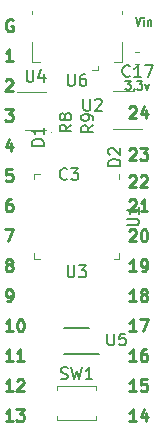
<source format=gbr>
G04 #@! TF.GenerationSoftware,KiCad,Pcbnew,5.0.1-33cea8e~66~ubuntu18.04.1*
G04 #@! TF.CreationDate,2018-10-18T22:19:59+02:00*
G04 #@! TF.ProjectId,Tiny-up5k,54696E792D7570356B2E6B696361645F,rev?*
G04 #@! TF.SameCoordinates,Original*
G04 #@! TF.FileFunction,Legend,Top*
G04 #@! TF.FilePolarity,Positive*
%FSLAX46Y46*%
G04 Gerber Fmt 4.6, Leading zero omitted, Abs format (unit mm)*
G04 Created by KiCad (PCBNEW 5.0.1-33cea8e~66~ubuntu18.04.1) date do 18 okt 2018 22:19:59 CEST*
%MOMM*%
%LPD*%
G01*
G04 APERTURE LIST*
%ADD10C,0.250000*%
%ADD11C,0.175000*%
%ADD12C,0.100000*%
%ADD13C,0.120000*%
%ADD14C,0.150000*%
G04 APERTURE END LIST*
D10*
X155603214Y-112577619D02*
X155650833Y-112530000D01*
X155746071Y-112482380D01*
X155984166Y-112482380D01*
X156079404Y-112530000D01*
X156127023Y-112577619D01*
X156174642Y-112672857D01*
X156174642Y-112768095D01*
X156127023Y-112910952D01*
X155555595Y-113482380D01*
X156174642Y-113482380D01*
X157127023Y-113482380D02*
X156555595Y-113482380D01*
X156841309Y-113482380D02*
X156841309Y-112482380D01*
X156746071Y-112625238D01*
X156650833Y-112720476D01*
X156555595Y-112768095D01*
D11*
X156116250Y-97080666D02*
X156349583Y-97780666D01*
X156582916Y-97080666D01*
X156816250Y-97780666D02*
X156816250Y-97314000D01*
X156816250Y-97080666D02*
X156782916Y-97114000D01*
X156816250Y-97147333D01*
X156849583Y-97114000D01*
X156816250Y-97080666D01*
X156816250Y-97147333D01*
X157149583Y-97314000D02*
X157149583Y-97780666D01*
X157149583Y-97380666D02*
X157182916Y-97347333D01*
X157249583Y-97314000D01*
X157349583Y-97314000D01*
X157416250Y-97347333D01*
X157449583Y-97414000D01*
X157449583Y-97780666D01*
X155266250Y-102486666D02*
X155699583Y-102486666D01*
X155466250Y-102753333D01*
X155566250Y-102753333D01*
X155632916Y-102786666D01*
X155666250Y-102820000D01*
X155699583Y-102886666D01*
X155699583Y-103053333D01*
X155666250Y-103120000D01*
X155632916Y-103153333D01*
X155566250Y-103186666D01*
X155366250Y-103186666D01*
X155299583Y-103153333D01*
X155266250Y-103120000D01*
X155999583Y-103120000D02*
X156032916Y-103153333D01*
X155999583Y-103186666D01*
X155966250Y-103153333D01*
X155999583Y-103120000D01*
X155999583Y-103186666D01*
X156266250Y-102486666D02*
X156699583Y-102486666D01*
X156466250Y-102753333D01*
X156566250Y-102753333D01*
X156632916Y-102786666D01*
X156666250Y-102820000D01*
X156699583Y-102886666D01*
X156699583Y-103053333D01*
X156666250Y-103120000D01*
X156632916Y-103153333D01*
X156566250Y-103186666D01*
X156366250Y-103186666D01*
X156299583Y-103153333D01*
X156266250Y-103120000D01*
X156932916Y-102720000D02*
X157099583Y-103186666D01*
X157266250Y-102720000D01*
D10*
X155603214Y-104703619D02*
X155650833Y-104656000D01*
X155746071Y-104608380D01*
X155984166Y-104608380D01*
X156079404Y-104656000D01*
X156127023Y-104703619D01*
X156174642Y-104798857D01*
X156174642Y-104894095D01*
X156127023Y-105036952D01*
X155555595Y-105608380D01*
X156174642Y-105608380D01*
X157031785Y-104941714D02*
X157031785Y-105608380D01*
X156793690Y-104560761D02*
X156555595Y-105275047D01*
X157174642Y-105275047D01*
X155603214Y-108259619D02*
X155650833Y-108212000D01*
X155746071Y-108164380D01*
X155984166Y-108164380D01*
X156079404Y-108212000D01*
X156127023Y-108259619D01*
X156174642Y-108354857D01*
X156174642Y-108450095D01*
X156127023Y-108592952D01*
X155555595Y-109164380D01*
X156174642Y-109164380D01*
X156507976Y-108164380D02*
X157127023Y-108164380D01*
X156793690Y-108545333D01*
X156936547Y-108545333D01*
X157031785Y-108592952D01*
X157079404Y-108640571D01*
X157127023Y-108735809D01*
X157127023Y-108973904D01*
X157079404Y-109069142D01*
X157031785Y-109116761D01*
X156936547Y-109164380D01*
X156650833Y-109164380D01*
X156555595Y-109116761D01*
X156507976Y-109069142D01*
X155603214Y-110545619D02*
X155650833Y-110498000D01*
X155746071Y-110450380D01*
X155984166Y-110450380D01*
X156079404Y-110498000D01*
X156127023Y-110545619D01*
X156174642Y-110640857D01*
X156174642Y-110736095D01*
X156127023Y-110878952D01*
X155555595Y-111450380D01*
X156174642Y-111450380D01*
X156555595Y-110545619D02*
X156603214Y-110498000D01*
X156698452Y-110450380D01*
X156936547Y-110450380D01*
X157031785Y-110498000D01*
X157079404Y-110545619D01*
X157127023Y-110640857D01*
X157127023Y-110736095D01*
X157079404Y-110878952D01*
X156507976Y-111450380D01*
X157127023Y-111450380D01*
X155603214Y-115117619D02*
X155650833Y-115070000D01*
X155746071Y-115022380D01*
X155984166Y-115022380D01*
X156079404Y-115070000D01*
X156127023Y-115117619D01*
X156174642Y-115212857D01*
X156174642Y-115308095D01*
X156127023Y-115450952D01*
X155555595Y-116022380D01*
X156174642Y-116022380D01*
X156793690Y-115022380D02*
X156888928Y-115022380D01*
X156984166Y-115070000D01*
X157031785Y-115117619D01*
X157079404Y-115212857D01*
X157127023Y-115403333D01*
X157127023Y-115641428D01*
X157079404Y-115831904D01*
X157031785Y-115927142D01*
X156984166Y-115974761D01*
X156888928Y-116022380D01*
X156793690Y-116022380D01*
X156698452Y-115974761D01*
X156650833Y-115927142D01*
X156603214Y-115831904D01*
X156555595Y-115641428D01*
X156555595Y-115403333D01*
X156603214Y-115212857D01*
X156650833Y-115117619D01*
X156698452Y-115070000D01*
X156793690Y-115022380D01*
X156174642Y-118562380D02*
X155603214Y-118562380D01*
X155888928Y-118562380D02*
X155888928Y-117562380D01*
X155793690Y-117705238D01*
X155698452Y-117800476D01*
X155603214Y-117848095D01*
X156650833Y-118562380D02*
X156841309Y-118562380D01*
X156936547Y-118514761D01*
X156984166Y-118467142D01*
X157079404Y-118324285D01*
X157127023Y-118133809D01*
X157127023Y-117752857D01*
X157079404Y-117657619D01*
X157031785Y-117610000D01*
X156936547Y-117562380D01*
X156746071Y-117562380D01*
X156650833Y-117610000D01*
X156603214Y-117657619D01*
X156555595Y-117752857D01*
X156555595Y-117990952D01*
X156603214Y-118086190D01*
X156650833Y-118133809D01*
X156746071Y-118181428D01*
X156936547Y-118181428D01*
X157031785Y-118133809D01*
X157079404Y-118086190D01*
X157127023Y-117990952D01*
X156174642Y-121102380D02*
X155603214Y-121102380D01*
X155888928Y-121102380D02*
X155888928Y-120102380D01*
X155793690Y-120245238D01*
X155698452Y-120340476D01*
X155603214Y-120388095D01*
X156746071Y-120530952D02*
X156650833Y-120483333D01*
X156603214Y-120435714D01*
X156555595Y-120340476D01*
X156555595Y-120292857D01*
X156603214Y-120197619D01*
X156650833Y-120150000D01*
X156746071Y-120102380D01*
X156936547Y-120102380D01*
X157031785Y-120150000D01*
X157079404Y-120197619D01*
X157127023Y-120292857D01*
X157127023Y-120340476D01*
X157079404Y-120435714D01*
X157031785Y-120483333D01*
X156936547Y-120530952D01*
X156746071Y-120530952D01*
X156650833Y-120578571D01*
X156603214Y-120626190D01*
X156555595Y-120721428D01*
X156555595Y-120911904D01*
X156603214Y-121007142D01*
X156650833Y-121054761D01*
X156746071Y-121102380D01*
X156936547Y-121102380D01*
X157031785Y-121054761D01*
X157079404Y-121007142D01*
X157127023Y-120911904D01*
X157127023Y-120721428D01*
X157079404Y-120626190D01*
X157031785Y-120578571D01*
X156936547Y-120530952D01*
X156174642Y-123642380D02*
X155603214Y-123642380D01*
X155888928Y-123642380D02*
X155888928Y-122642380D01*
X155793690Y-122785238D01*
X155698452Y-122880476D01*
X155603214Y-122928095D01*
X156507976Y-122642380D02*
X157174642Y-122642380D01*
X156746071Y-123642380D01*
X156174642Y-126182380D02*
X155603214Y-126182380D01*
X155888928Y-126182380D02*
X155888928Y-125182380D01*
X155793690Y-125325238D01*
X155698452Y-125420476D01*
X155603214Y-125468095D01*
X157031785Y-125182380D02*
X156841309Y-125182380D01*
X156746071Y-125230000D01*
X156698452Y-125277619D01*
X156603214Y-125420476D01*
X156555595Y-125610952D01*
X156555595Y-125991904D01*
X156603214Y-126087142D01*
X156650833Y-126134761D01*
X156746071Y-126182380D01*
X156936547Y-126182380D01*
X157031785Y-126134761D01*
X157079404Y-126087142D01*
X157127023Y-125991904D01*
X157127023Y-125753809D01*
X157079404Y-125658571D01*
X157031785Y-125610952D01*
X156936547Y-125563333D01*
X156746071Y-125563333D01*
X156650833Y-125610952D01*
X156603214Y-125658571D01*
X156555595Y-125753809D01*
X156174642Y-128722380D02*
X155603214Y-128722380D01*
X155888928Y-128722380D02*
X155888928Y-127722380D01*
X155793690Y-127865238D01*
X155698452Y-127960476D01*
X155603214Y-128008095D01*
X157079404Y-127722380D02*
X156603214Y-127722380D01*
X156555595Y-128198571D01*
X156603214Y-128150952D01*
X156698452Y-128103333D01*
X156936547Y-128103333D01*
X157031785Y-128150952D01*
X157079404Y-128198571D01*
X157127023Y-128293809D01*
X157127023Y-128531904D01*
X157079404Y-128627142D01*
X157031785Y-128674761D01*
X156936547Y-128722380D01*
X156698452Y-128722380D01*
X156603214Y-128674761D01*
X156555595Y-128627142D01*
X156174642Y-131262380D02*
X155603214Y-131262380D01*
X155888928Y-131262380D02*
X155888928Y-130262380D01*
X155793690Y-130405238D01*
X155698452Y-130500476D01*
X155603214Y-130548095D01*
X157031785Y-130595714D02*
X157031785Y-131262380D01*
X156793690Y-130214761D02*
X156555595Y-130929047D01*
X157174642Y-130929047D01*
X145704404Y-131262380D02*
X145132976Y-131262380D01*
X145418690Y-131262380D02*
X145418690Y-130262380D01*
X145323452Y-130405238D01*
X145228214Y-130500476D01*
X145132976Y-130548095D01*
X146037738Y-130262380D02*
X146656785Y-130262380D01*
X146323452Y-130643333D01*
X146466309Y-130643333D01*
X146561547Y-130690952D01*
X146609166Y-130738571D01*
X146656785Y-130833809D01*
X146656785Y-131071904D01*
X146609166Y-131167142D01*
X146561547Y-131214761D01*
X146466309Y-131262380D01*
X146180595Y-131262380D01*
X146085357Y-131214761D01*
X146037738Y-131167142D01*
X145704404Y-128722380D02*
X145132976Y-128722380D01*
X145418690Y-128722380D02*
X145418690Y-127722380D01*
X145323452Y-127865238D01*
X145228214Y-127960476D01*
X145132976Y-128008095D01*
X146085357Y-127817619D02*
X146132976Y-127770000D01*
X146228214Y-127722380D01*
X146466309Y-127722380D01*
X146561547Y-127770000D01*
X146609166Y-127817619D01*
X146656785Y-127912857D01*
X146656785Y-128008095D01*
X146609166Y-128150952D01*
X146037738Y-128722380D01*
X146656785Y-128722380D01*
X145704404Y-126182380D02*
X145132976Y-126182380D01*
X145418690Y-126182380D02*
X145418690Y-125182380D01*
X145323452Y-125325238D01*
X145228214Y-125420476D01*
X145132976Y-125468095D01*
X146656785Y-126182380D02*
X146085357Y-126182380D01*
X146371071Y-126182380D02*
X146371071Y-125182380D01*
X146275833Y-125325238D01*
X146180595Y-125420476D01*
X146085357Y-125468095D01*
X145704404Y-123642380D02*
X145132976Y-123642380D01*
X145418690Y-123642380D02*
X145418690Y-122642380D01*
X145323452Y-122785238D01*
X145228214Y-122880476D01*
X145132976Y-122928095D01*
X146323452Y-122642380D02*
X146418690Y-122642380D01*
X146513928Y-122690000D01*
X146561547Y-122737619D01*
X146609166Y-122832857D01*
X146656785Y-123023333D01*
X146656785Y-123261428D01*
X146609166Y-123451904D01*
X146561547Y-123547142D01*
X146513928Y-123594761D01*
X146418690Y-123642380D01*
X146323452Y-123642380D01*
X146228214Y-123594761D01*
X146180595Y-123547142D01*
X146132976Y-123451904D01*
X146085357Y-123261428D01*
X146085357Y-123023333D01*
X146132976Y-122832857D01*
X146180595Y-122737619D01*
X146228214Y-122690000D01*
X146323452Y-122642380D01*
X145228214Y-121102380D02*
X145418690Y-121102380D01*
X145513928Y-121054761D01*
X145561547Y-121007142D01*
X145656785Y-120864285D01*
X145704404Y-120673809D01*
X145704404Y-120292857D01*
X145656785Y-120197619D01*
X145609166Y-120150000D01*
X145513928Y-120102380D01*
X145323452Y-120102380D01*
X145228214Y-120150000D01*
X145180595Y-120197619D01*
X145132976Y-120292857D01*
X145132976Y-120530952D01*
X145180595Y-120626190D01*
X145228214Y-120673809D01*
X145323452Y-120721428D01*
X145513928Y-120721428D01*
X145609166Y-120673809D01*
X145656785Y-120626190D01*
X145704404Y-120530952D01*
X145323452Y-117990952D02*
X145228214Y-117943333D01*
X145180595Y-117895714D01*
X145132976Y-117800476D01*
X145132976Y-117752857D01*
X145180595Y-117657619D01*
X145228214Y-117610000D01*
X145323452Y-117562380D01*
X145513928Y-117562380D01*
X145609166Y-117610000D01*
X145656785Y-117657619D01*
X145704404Y-117752857D01*
X145704404Y-117800476D01*
X145656785Y-117895714D01*
X145609166Y-117943333D01*
X145513928Y-117990952D01*
X145323452Y-117990952D01*
X145228214Y-118038571D01*
X145180595Y-118086190D01*
X145132976Y-118181428D01*
X145132976Y-118371904D01*
X145180595Y-118467142D01*
X145228214Y-118514761D01*
X145323452Y-118562380D01*
X145513928Y-118562380D01*
X145609166Y-118514761D01*
X145656785Y-118467142D01*
X145704404Y-118371904D01*
X145704404Y-118181428D01*
X145656785Y-118086190D01*
X145609166Y-118038571D01*
X145513928Y-117990952D01*
X145085357Y-115022380D02*
X145752023Y-115022380D01*
X145323452Y-116022380D01*
X145609166Y-112482380D02*
X145418690Y-112482380D01*
X145323452Y-112530000D01*
X145275833Y-112577619D01*
X145180595Y-112720476D01*
X145132976Y-112910952D01*
X145132976Y-113291904D01*
X145180595Y-113387142D01*
X145228214Y-113434761D01*
X145323452Y-113482380D01*
X145513928Y-113482380D01*
X145609166Y-113434761D01*
X145656785Y-113387142D01*
X145704404Y-113291904D01*
X145704404Y-113053809D01*
X145656785Y-112958571D01*
X145609166Y-112910952D01*
X145513928Y-112863333D01*
X145323452Y-112863333D01*
X145228214Y-112910952D01*
X145180595Y-112958571D01*
X145132976Y-113053809D01*
X145656785Y-109942380D02*
X145180595Y-109942380D01*
X145132976Y-110418571D01*
X145180595Y-110370952D01*
X145275833Y-110323333D01*
X145513928Y-110323333D01*
X145609166Y-110370952D01*
X145656785Y-110418571D01*
X145704404Y-110513809D01*
X145704404Y-110751904D01*
X145656785Y-110847142D01*
X145609166Y-110894761D01*
X145513928Y-110942380D01*
X145275833Y-110942380D01*
X145180595Y-110894761D01*
X145132976Y-110847142D01*
X145609166Y-107735714D02*
X145609166Y-108402380D01*
X145371071Y-107354761D02*
X145132976Y-108069047D01*
X145752023Y-108069047D01*
X145085357Y-104862380D02*
X145704404Y-104862380D01*
X145371071Y-105243333D01*
X145513928Y-105243333D01*
X145609166Y-105290952D01*
X145656785Y-105338571D01*
X145704404Y-105433809D01*
X145704404Y-105671904D01*
X145656785Y-105767142D01*
X145609166Y-105814761D01*
X145513928Y-105862380D01*
X145228214Y-105862380D01*
X145132976Y-105814761D01*
X145085357Y-105767142D01*
X145132976Y-102417619D02*
X145180595Y-102370000D01*
X145275833Y-102322380D01*
X145513928Y-102322380D01*
X145609166Y-102370000D01*
X145656785Y-102417619D01*
X145704404Y-102512857D01*
X145704404Y-102608095D01*
X145656785Y-102750952D01*
X145085357Y-103322380D01*
X145704404Y-103322380D01*
X145704404Y-100782380D02*
X145132976Y-100782380D01*
X145418690Y-100782380D02*
X145418690Y-99782380D01*
X145323452Y-99925238D01*
X145228214Y-100020476D01*
X145132976Y-100068095D01*
X145704404Y-97290000D02*
X145609166Y-97242380D01*
X145466309Y-97242380D01*
X145323452Y-97290000D01*
X145228214Y-97385238D01*
X145180595Y-97480476D01*
X145132976Y-97670952D01*
X145132976Y-97813809D01*
X145180595Y-98004285D01*
X145228214Y-98099523D01*
X145323452Y-98194761D01*
X145466309Y-98242380D01*
X145561547Y-98242380D01*
X145704404Y-98194761D01*
X145752023Y-98147142D01*
X145752023Y-97813809D01*
X145561547Y-97813809D01*
D12*
G04 #@! TO.C,D1*
X149021000Y-106837000D02*
G75*
G03X149021000Y-106837000I-50000J0D01*
G01*
G04 #@! TO.C,D2*
X153085000Y-106860000D02*
G75*
G03X153085000Y-106860000I-50000J0D01*
G01*
D13*
G04 #@! TO.C,U2*
X154210000Y-106512000D02*
X156660000Y-106512000D01*
X156010000Y-103292000D02*
X154210000Y-103292000D01*
G04 #@! TO.C,U4*
X146758000Y-106573000D02*
X148558000Y-106573000D01*
X148558000Y-103353000D02*
X146108000Y-103353000D01*
G04 #@! TO.C,SW1*
X149480000Y-130823100D02*
X149480000Y-131123100D01*
X149480000Y-131123100D02*
X152780000Y-131123100D01*
X152780000Y-131123100D02*
X152780000Y-130823100D01*
X149480000Y-128623100D02*
X149480000Y-128323100D01*
X149480000Y-128323100D02*
X152780000Y-128323100D01*
X152780000Y-128323100D02*
X152780000Y-128623100D01*
D14*
G04 #@! TO.C,U5*
X152205000Y-123335000D02*
X150055000Y-123335000D01*
X153030000Y-125585000D02*
X150055000Y-125585000D01*
D13*
G04 #@! TO.C,U6*
X154959000Y-100844000D02*
X154299000Y-100844000D01*
X154959000Y-99114000D02*
X154959000Y-100844000D01*
X147339000Y-96544000D02*
X147339000Y-96754000D01*
X154959000Y-96544000D02*
X154959000Y-96754000D01*
X147339000Y-99114000D02*
X147339000Y-100844000D01*
X147339000Y-100844000D02*
X147989000Y-100844000D01*
X152909000Y-101544000D02*
X152459000Y-101544000D01*
X152909000Y-101544000D02*
X152909000Y-101154000D01*
G04 #@! TO.C,U1*
X154740000Y-117054000D02*
X154740000Y-117529000D01*
X154740000Y-117529000D02*
X154265000Y-117529000D01*
X147520000Y-110784000D02*
X147520000Y-110309000D01*
X147520000Y-110309000D02*
X147995000Y-110309000D01*
X147520000Y-117054000D02*
X147520000Y-117529000D01*
X147520000Y-117529000D02*
X147995000Y-117529000D01*
X154740000Y-110784000D02*
X154740000Y-110309000D01*
G04 #@! TO.C,C17*
X156047221Y-100010500D02*
X156372779Y-100010500D01*
X156047221Y-101030500D02*
X156372779Y-101030500D01*
G04 #@! TO.C,C3*
D14*
X150328333Y-110747142D02*
X150280714Y-110794761D01*
X150137857Y-110842380D01*
X150042619Y-110842380D01*
X149899761Y-110794761D01*
X149804523Y-110699523D01*
X149756904Y-110604285D01*
X149709285Y-110413809D01*
X149709285Y-110270952D01*
X149756904Y-110080476D01*
X149804523Y-109985238D01*
X149899761Y-109890000D01*
X150042619Y-109842380D01*
X150137857Y-109842380D01*
X150280714Y-109890000D01*
X150328333Y-109937619D01*
X150661666Y-109842380D02*
X151280714Y-109842380D01*
X150947380Y-110223333D01*
X151090238Y-110223333D01*
X151185476Y-110270952D01*
X151233095Y-110318571D01*
X151280714Y-110413809D01*
X151280714Y-110651904D01*
X151233095Y-110747142D01*
X151185476Y-110794761D01*
X151090238Y-110842380D01*
X150804523Y-110842380D01*
X150709285Y-110794761D01*
X150661666Y-110747142D01*
G04 #@! TO.C,D1*
X148343880Y-107926095D02*
X147343880Y-107926095D01*
X147343880Y-107688000D01*
X147391500Y-107545142D01*
X147486738Y-107449904D01*
X147581976Y-107402285D01*
X147772452Y-107354666D01*
X147915309Y-107354666D01*
X148105785Y-107402285D01*
X148201023Y-107449904D01*
X148296261Y-107545142D01*
X148343880Y-107688000D01*
X148343880Y-107926095D01*
X148343880Y-106402285D02*
X148343880Y-106973714D01*
X148343880Y-106688000D02*
X147343880Y-106688000D01*
X147486738Y-106783238D01*
X147581976Y-106878476D01*
X147629595Y-106973714D01*
G04 #@! TO.C,D2*
X154820880Y-109640595D02*
X153820880Y-109640595D01*
X153820880Y-109402500D01*
X153868500Y-109259642D01*
X153963738Y-109164404D01*
X154058976Y-109116785D01*
X154249452Y-109069166D01*
X154392309Y-109069166D01*
X154582785Y-109116785D01*
X154678023Y-109164404D01*
X154773261Y-109259642D01*
X154820880Y-109402500D01*
X154820880Y-109640595D01*
X153916119Y-108688214D02*
X153868500Y-108640595D01*
X153820880Y-108545357D01*
X153820880Y-108307261D01*
X153868500Y-108212023D01*
X153916119Y-108164404D01*
X154011357Y-108116785D01*
X154106595Y-108116785D01*
X154249452Y-108164404D01*
X154820880Y-108735833D01*
X154820880Y-108116785D01*
G04 #@! TO.C,U2*
X151701595Y-103973380D02*
X151701595Y-104782904D01*
X151749214Y-104878142D01*
X151796833Y-104925761D01*
X151892071Y-104973380D01*
X152082547Y-104973380D01*
X152177785Y-104925761D01*
X152225404Y-104878142D01*
X152273023Y-104782904D01*
X152273023Y-103973380D01*
X152701595Y-104068619D02*
X152749214Y-104021000D01*
X152844452Y-103973380D01*
X153082547Y-103973380D01*
X153177785Y-104021000D01*
X153225404Y-104068619D01*
X153273023Y-104163857D01*
X153273023Y-104259095D01*
X153225404Y-104401952D01*
X152653976Y-104973380D01*
X153273023Y-104973380D01*
G04 #@! TO.C,U4*
X146896095Y-101515380D02*
X146896095Y-102324904D01*
X146943714Y-102420142D01*
X146991333Y-102467761D01*
X147086571Y-102515380D01*
X147277047Y-102515380D01*
X147372285Y-102467761D01*
X147419904Y-102420142D01*
X147467523Y-102324904D01*
X147467523Y-101515380D01*
X148372285Y-101848714D02*
X148372285Y-102515380D01*
X148134190Y-101467761D02*
X147896095Y-102182047D01*
X148515142Y-102182047D01*
G04 #@! TO.C,SW1*
X149790666Y-127658761D02*
X149933523Y-127706380D01*
X150171619Y-127706380D01*
X150266857Y-127658761D01*
X150314476Y-127611142D01*
X150362095Y-127515904D01*
X150362095Y-127420666D01*
X150314476Y-127325428D01*
X150266857Y-127277809D01*
X150171619Y-127230190D01*
X149981142Y-127182571D01*
X149885904Y-127134952D01*
X149838285Y-127087333D01*
X149790666Y-126992095D01*
X149790666Y-126896857D01*
X149838285Y-126801619D01*
X149885904Y-126754000D01*
X149981142Y-126706380D01*
X150219238Y-126706380D01*
X150362095Y-126754000D01*
X150695428Y-126706380D02*
X150933523Y-127706380D01*
X151124000Y-126992095D01*
X151314476Y-127706380D01*
X151552571Y-126706380D01*
X152457333Y-127706380D02*
X151885904Y-127706380D01*
X152171619Y-127706380D02*
X152171619Y-126706380D01*
X152076380Y-126849238D01*
X151981142Y-126944476D01*
X151885904Y-126992095D01*
G04 #@! TO.C,U5*
X153733595Y-123848880D02*
X153733595Y-124658404D01*
X153781214Y-124753642D01*
X153828833Y-124801261D01*
X153924071Y-124848880D01*
X154114547Y-124848880D01*
X154209785Y-124801261D01*
X154257404Y-124753642D01*
X154305023Y-124658404D01*
X154305023Y-123848880D01*
X155257404Y-123848880D02*
X154781214Y-123848880D01*
X154733595Y-124325071D01*
X154781214Y-124277452D01*
X154876452Y-124229833D01*
X155114547Y-124229833D01*
X155209785Y-124277452D01*
X155257404Y-124325071D01*
X155305023Y-124420309D01*
X155305023Y-124658404D01*
X155257404Y-124753642D01*
X155209785Y-124801261D01*
X155114547Y-124848880D01*
X154876452Y-124848880D01*
X154781214Y-124801261D01*
X154733595Y-124753642D01*
G04 #@! TO.C,U3*
X150368095Y-118076380D02*
X150368095Y-118885904D01*
X150415714Y-118981142D01*
X150463333Y-119028761D01*
X150558571Y-119076380D01*
X150749047Y-119076380D01*
X150844285Y-119028761D01*
X150891904Y-118981142D01*
X150939523Y-118885904D01*
X150939523Y-118076380D01*
X151320476Y-118076380D02*
X151939523Y-118076380D01*
X151606190Y-118457333D01*
X151749047Y-118457333D01*
X151844285Y-118504952D01*
X151891904Y-118552571D01*
X151939523Y-118647809D01*
X151939523Y-118885904D01*
X151891904Y-118981142D01*
X151844285Y-119028761D01*
X151749047Y-119076380D01*
X151463333Y-119076380D01*
X151368095Y-119028761D01*
X151320476Y-118981142D01*
G04 #@! TO.C,U6*
X150387095Y-101886380D02*
X150387095Y-102695904D01*
X150434714Y-102791142D01*
X150482333Y-102838761D01*
X150577571Y-102886380D01*
X150768047Y-102886380D01*
X150863285Y-102838761D01*
X150910904Y-102791142D01*
X150958523Y-102695904D01*
X150958523Y-101886380D01*
X151863285Y-101886380D02*
X151672809Y-101886380D01*
X151577571Y-101934000D01*
X151529952Y-101981619D01*
X151434714Y-102124476D01*
X151387095Y-102314952D01*
X151387095Y-102695904D01*
X151434714Y-102791142D01*
X151482333Y-102838761D01*
X151577571Y-102886380D01*
X151768047Y-102886380D01*
X151863285Y-102838761D01*
X151910904Y-102791142D01*
X151958523Y-102695904D01*
X151958523Y-102457809D01*
X151910904Y-102362571D01*
X151863285Y-102314952D01*
X151768047Y-102267333D01*
X151577571Y-102267333D01*
X151482333Y-102314952D01*
X151434714Y-102362571D01*
X151387095Y-102457809D01*
G04 #@! TO.C,U1*
X155402380Y-114680904D02*
X156211904Y-114680904D01*
X156307142Y-114633285D01*
X156354761Y-114585666D01*
X156402380Y-114490428D01*
X156402380Y-114299952D01*
X156354761Y-114204714D01*
X156307142Y-114157095D01*
X156211904Y-114109476D01*
X155402380Y-114109476D01*
X156402380Y-113109476D02*
X156402380Y-113680904D01*
X156402380Y-113395190D02*
X155402380Y-113395190D01*
X155545238Y-113490428D01*
X155640476Y-113585666D01*
X155688095Y-113680904D01*
G04 #@! TO.C,R8*
X150693380Y-106148166D02*
X150217190Y-106481500D01*
X150693380Y-106719595D02*
X149693380Y-106719595D01*
X149693380Y-106338642D01*
X149741000Y-106243404D01*
X149788619Y-106195785D01*
X149883857Y-106148166D01*
X150026714Y-106148166D01*
X150121952Y-106195785D01*
X150169571Y-106243404D01*
X150217190Y-106338642D01*
X150217190Y-106719595D01*
X150121952Y-105576738D02*
X150074333Y-105671976D01*
X150026714Y-105719595D01*
X149931476Y-105767214D01*
X149883857Y-105767214D01*
X149788619Y-105719595D01*
X149741000Y-105671976D01*
X149693380Y-105576738D01*
X149693380Y-105386261D01*
X149741000Y-105291023D01*
X149788619Y-105243404D01*
X149883857Y-105195785D01*
X149931476Y-105195785D01*
X150026714Y-105243404D01*
X150074333Y-105291023D01*
X150121952Y-105386261D01*
X150121952Y-105576738D01*
X150169571Y-105671976D01*
X150217190Y-105719595D01*
X150312428Y-105767214D01*
X150502904Y-105767214D01*
X150598142Y-105719595D01*
X150645761Y-105671976D01*
X150693380Y-105576738D01*
X150693380Y-105386261D01*
X150645761Y-105291023D01*
X150598142Y-105243404D01*
X150502904Y-105195785D01*
X150312428Y-105195785D01*
X150217190Y-105243404D01*
X150169571Y-105291023D01*
X150121952Y-105386261D01*
G04 #@! TO.C,R9*
X152534880Y-106211666D02*
X152058690Y-106545000D01*
X152534880Y-106783095D02*
X151534880Y-106783095D01*
X151534880Y-106402142D01*
X151582500Y-106306904D01*
X151630119Y-106259285D01*
X151725357Y-106211666D01*
X151868214Y-106211666D01*
X151963452Y-106259285D01*
X152011071Y-106306904D01*
X152058690Y-106402142D01*
X152058690Y-106783095D01*
X152534880Y-105735476D02*
X152534880Y-105545000D01*
X152487261Y-105449761D01*
X152439642Y-105402142D01*
X152296785Y-105306904D01*
X152106309Y-105259285D01*
X151725357Y-105259285D01*
X151630119Y-105306904D01*
X151582500Y-105354523D01*
X151534880Y-105449761D01*
X151534880Y-105640238D01*
X151582500Y-105735476D01*
X151630119Y-105783095D01*
X151725357Y-105830714D01*
X151963452Y-105830714D01*
X152058690Y-105783095D01*
X152106309Y-105735476D01*
X152153928Y-105640238D01*
X152153928Y-105449761D01*
X152106309Y-105354523D01*
X152058690Y-105306904D01*
X151963452Y-105259285D01*
G04 #@! TO.C,C17*
X155630642Y-102020642D02*
X155583023Y-102068261D01*
X155440166Y-102115880D01*
X155344928Y-102115880D01*
X155202071Y-102068261D01*
X155106833Y-101973023D01*
X155059214Y-101877785D01*
X155011595Y-101687309D01*
X155011595Y-101544452D01*
X155059214Y-101353976D01*
X155106833Y-101258738D01*
X155202071Y-101163500D01*
X155344928Y-101115880D01*
X155440166Y-101115880D01*
X155583023Y-101163500D01*
X155630642Y-101211119D01*
X156583023Y-102115880D02*
X156011595Y-102115880D01*
X156297309Y-102115880D02*
X156297309Y-101115880D01*
X156202071Y-101258738D01*
X156106833Y-101353976D01*
X156011595Y-101401595D01*
X156916357Y-101115880D02*
X157583023Y-101115880D01*
X157154452Y-102115880D01*
G04 #@! TD*
M02*

</source>
